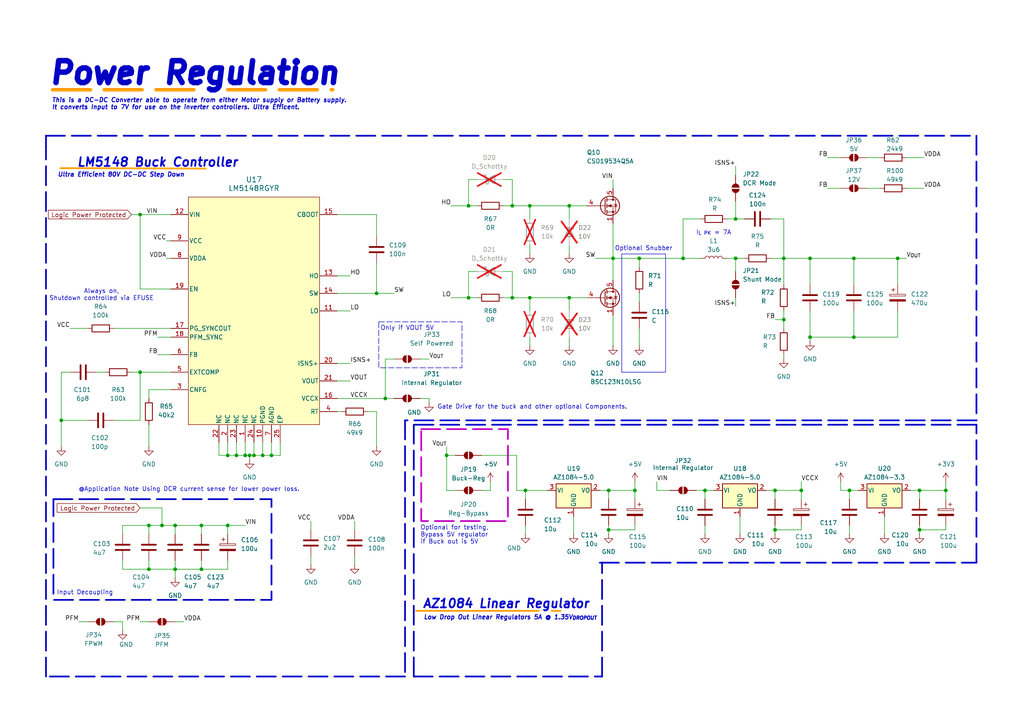
<source format=kicad_sch>
(kicad_sch (version 20231120) (generator "eeschema") (generator_version "8.0")
  (paper "A4")
  (title_block (title "HyperDrive Motor Controller") (rev "Mk. 1") (company "University of Alberta EcoCar Team"))
  (lib_symbols
    (symbol "Device:C" (pin_numbers hide) (pin_names (offset 0.254))
      (property "Reference" "C" (at 0.635 2.54 0))
      (property "Value" "C" (at 0.635 -2.54 0))
      (symbol "C_1_1"
        (pin passive line (at 0 3.81 270) (length 2.794) (name "~") (number "1"))
        (pin passive line (at 0 -3.81 90) (length 2.794) (name "~") (number "2"))
      )
    )
    (symbol "Device:C_Polarized" (pin_numbers hide) (pin_names (offset 0.254))
      (property "Reference" "C" (at 0.635 2.54 0))
      (property "Value" "C_Polarized" (at 0.635 -2.54 0))
      (symbol "C_Polarized_1_1"
        (pin passive line (at 0 3.81 270) (length 2.794) (name "~") (number "1"))
        (pin passive line (at 0 -3.81 90) (length 2.794) (name "~") (number "2"))
      )
    )
    (symbol "Device:D_Schottky" (pin_numbers hide) (pin_names (offset 1.016) hide)
      (property "Reference" "D" (at 0 2.54 0))
      (property "Value" "D_Schottky" (at 0 -2.54 0))
      (symbol "D_Schottky_1_1"
        (pin passive line (at -3.81 0 0) (length 2.54) (name "K") (number "1"))
        (pin passive line (at 3.81 0 180) (length 2.54) (name "A") (number "2"))
      )
    )
    (symbol "Device:D_Zener" (pin_numbers hide) (pin_names (offset 1.016) hide)
      (property "Reference" "D" (at 0 2.54 0))
      (property "Value" "D_Zener" (at 0 -2.54 0))
      (symbol "D_Zener_1_1"
        (pin passive line (at -3.81 0 0) (length 2.54) (name "K") (number "1"))
        (pin passive line (at 3.81 0 180) (length 2.54) (name "A") (number "2"))
      )
    )
    (symbol "Device:L" (pin_numbers hide) (pin_names (offset 1.016) hide)
      (property "Reference" "L" (at -1.27 0 90))
      (property "Value" "L" (at 1.905 0 90))
      (symbol "L_1_1"
        (pin passive line (at 0 3.81 270) (length 1.27) (name "1") (number "1"))
        (pin passive line (at 0 -3.81 90) (length 1.27) (name "2") (number "2"))
      )
    )
    (symbol "Device:R" (pin_numbers hide) (pin_names (offset 0))
      (property "Reference" "R" (at 2.032 0 90))
      (property "Value" "R" (at 0 0 90))
      (symbol "R_1_1"
        (pin passive line (at 0 3.81 270) (length 1.27) (name "~") (number "1"))
        (pin passive line (at 0 -3.81 90) (length 1.27) (name "~") (number "2"))
      )
    )
    (symbol "Jumper:SolderJumper_2_Open" (pin_numbers hide) (pin_names (offset 0) hide) (exclude_from_sim yes) (in_bom no)
      (property "Reference" "JP" (at 0 2.032 0))
      (property "Value" "SolderJumper_2_Open" (at 0 -2.54 0))
      (symbol "SolderJumper_2_Open_1_1"
        (pin passive line (at -3.81 0 0) (length 2.54) (name "A") (number "1"))
        (pin passive line (at 3.81 0 180) (length 2.54) (name "B") (number "2"))
      )
    )
    (symbol "Regulator_Linear:AZ1084-3.3" (pin_names (offset 0.254))
      (property "Reference" "U" (at -3.81 3.175 0))
      (property "Value" "AZ1084-3.3" (at 0 3.175 0))
      (symbol "AZ1084-3.3_1_1"
        (pin power_in line (at 0 -7.62 90) (length 2.54) (name "GND") (number "1"))
        (pin power_out line (at 7.62 0 180) (length 2.54) (name "VO") (number "2"))
        (pin power_in line (at -7.62 0 0) (length 2.54) (name "VI") (number "3"))
      )
    )
    (symbol "Regulator_Linear:AZ1084-5.0" (pin_names (offset 0.254))
      (property "Reference" "U" (at -3.81 3.175 0))
      (property "Value" "AZ1084-5.0" (at 0 3.175 0))
      (symbol "AZ1084-5.0_1_1"
        (pin power_in line (at 0 -7.62 90) (length 2.54) (name "GND") (number "1"))
        (pin power_out line (at 7.62 0 180) (length 2.54) (name "VO") (number "2"))
        (pin power_in line (at -7.62 0 0) (length 2.54) (name "VI") (number "3"))
      )
    )
    (symbol "Transistor_FET:BSC123N10LSG" (pin_names hide)
      (property "Reference" "Q" (at 5.08 1.905 0))
      (property "Value" "BSC123N10LSG" (at 5.08 0 0))
      (symbol "BSC123N10LSG_1_1"
        (pin passive line (at 2.54 -5.08 90) (length 2.54) (name "S") (number "1"))
        (pin passive line (at 2.54 -5.08 90) (length 2.54) hide (name "S") (number "2"))
        (pin passive line (at 2.54 -5.08 90) (length 2.54) hide (name "S") (number "3"))
        (pin passive line (at -5.08 0 0) (length 2.54) (name "G") (number "4"))
        (pin passive line (at 2.54 5.08 270) (length 2.54) (name "D") (number "5"))
      )
    )
    (symbol "Transistor_FET:CSD19534Q5A" (pin_names hide)
      (property "Reference" "Q" (at 5.08 1.905 0))
      (property "Value" "CSD19534Q5A" (at 5.08 0 0))
      (symbol "CSD19534Q5A_1_1"
        (pin passive line (at 2.54 -5.08 90) (length 2.54) (name "S") (number "1"))
        (pin passive line (at 2.54 -5.08 90) (length 2.54) hide (name "S") (number "2"))
        (pin passive line (at 2.54 -5.08 90) (length 2.54) hide (name "S") (number "3"))
        (pin passive line (at -5.08 0 0) (length 2.54) (name "G") (number "4"))
        (pin passive line (at 2.54 5.08 270) (length 2.54) (name "D") (number "5"))
      )
    )
    (symbol "ecocad_lib_symbols:LM5148RGYR" (pin_names (offset 0.254))
      (property "Reference" "U" (at 23.876 10.922 0))
      (property "Value" "LM5148RGYR" (at 23.876 7.62 0))
      (symbol "LM5148RGYR_0_1"
        (pin unspecified line (at 21.59 -66.04 90) (length 5.08) (name "NC") (number "1"))
        (pin power_in line (at 26.67 -66.04 90) (length 5.08) (name "PGND") (number "10"))
        (pin unspecified line (at 48.26 -27.94 180) (length 5.08) (name "LO") (number "11"))
        (pin power_in line (at 0 0 0) (length 5.08) (name "VIN") (number "12"))
        (pin unspecified line (at 48.26 -17.78 180) (length 5.08) (name "HO") (number "13"))
        (pin power_in line (at 48.26 -22.86 180) (length 5.08) (name "SW") (number "14"))
        (pin power_in line (at 48.26 0 180) (length 5.08) (name "CBOOT") (number "15"))
        (pin power_in line (at 48.26 -53.34 180) (length 5.08) (name "VCCX") (number "16"))
        (pin open_collector line (at 0 -33.02 0) (length 5.08) (name "PG_SYNCOUT") (number "17"))
        (pin input line (at 0 -35.56 0) (length 5.08) (name "PFM_SYNC") (number "18"))
        (pin input line (at 0 -21.59 0) (length 5.08) (name "EN") (number "19"))
        (pin unspecified line (at 16.51 -66.04 90) (length 5.08) (name "NC") (number "2"))
        (pin unspecified line (at 48.26 -43.18 180) (length 5.08) (name "ISNS+") (number "20"))
        (pin unspecified line (at 48.26 -48.26 180) (length 5.08) (name "VOUT") (number "21"))
        (pin unspecified line (at 13.97 -66.04 90) (length 5.08) (name "NC") (number "22"))
        (pin unspecified line (at 19.05 -66.04 90) (length 5.08) (name "NC") (number "23"))
        (pin unspecified line (at 24.13 -66.04 90) (length 5.08) (name "NC") (number "24"))
        (pin unspecified line (at 31.75 -66.04 90) (length 5.08) (name "EP") (number "25"))
        (pin unspecified line (at 0 -50.8 0) (length 5.08) (name "CNFG") (number "3"))
        (pin unspecified line (at 48.26 -57.15 180) (length 5.08) (name "RT") (number "4"))
        (pin unspecified line (at 0 -45.72 0) (length 5.08) (name "EXTCOMP") (number "5"))
        (pin unspecified line (at 0 -40.64 0) (length 5.08) (name "FB") (number "6"))
        (pin power_in line (at 29.21 -66.04 90) (length 5.08) (name "AGND") (number "7"))
        (pin unspecified line (at 0 -12.7 0) (length 5.08) (name "VDDA") (number "8"))
        (pin power_in line (at 0 -7.62 0) (length 5.08) (name "VCC") (number "9"))
      )
    )
    (symbol "power:+3V3" (power) (pin_numbers hide) (pin_names (offset 0) hide)
      (property "Value" "+3V3" (at 0 3.556 0))
      (symbol "+3V3_1_1"
        (pin power_in line (at 0 0 90) (length 0) (name "~") (number "1"))
      )
    )
    (symbol "power:+5V" (power) (pin_numbers hide) (pin_names (offset 0) hide)
      (property "Value" "+5V" (at 0 3.556 0))
      (symbol "+5V_1_1"
        (pin power_in line (at 0 0 90) (length 0) (name "~") (number "1"))
      )
    )
    (symbol "power:GND" (power) (pin_numbers hide) (pin_names (offset 0) hide)
      (property "Value" "GND" (at 0 -3.81 0))
      (symbol "GND_1_1"
        (pin power_in line (at 0 0 270) (length 0) (name "~") (number "1"))
      )
    )
  )
  (junction (at 43.18 165.1))
  (junction (at 58.42 152.4))
  (junction (at 148.59 59.69))
  (junction (at 247.65 97.79))
  (junction (at 227.33 92.71))
  (junction (at 46.99 152.4))
  (junction (at 43.18 152.4))
  (junction (at 17.78 121.92))
  (junction (at 109.22 85.09))
  (junction (at 232.41 142.24))
  (junction (at 165.1 59.69))
  (junction (at 111.76 115.57))
  (junction (at 234.95 97.79))
  (junction (at 50.8 165.1))
  (junction (at 177.8 74.93))
  (junction (at 213.36 74.93))
  (junction (at 176.53 153.67))
  (junction (at 213.36 63.5))
  (junction (at 153.67 59.69))
  (junction (at 58.42 165.1))
  (junction (at 78.74 132.08))
  (junction (at 165.1 86.36))
  (junction (at 40.64 107.95))
  (junction (at 50.8 152.4))
  (junction (at 266.7 153.67))
  (junction (at 135.89 86.36))
  (junction (at 274.32 142.24))
  (junction (at 260.35 74.93))
  (junction (at 66.04 132.08))
  (junction (at 234.95 74.93))
  (junction (at 135.89 59.69))
  (junction (at 153.67 86.36))
  (junction (at 71.12 132.08))
  (junction (at 72.39 132.08))
  (junction (at 266.7 142.24))
  (junction (at 246.38 142.24))
  (junction (at 148.59 86.36))
  (junction (at 247.65 74.93))
  (junction (at 129.54 132.08))
  (junction (at 40.64 62.23))
  (junction (at 204.47 142.24))
  (junction (at 68.58 132.08))
  (junction (at 184.15 142.24))
  (junction (at 224.79 153.67))
  (junction (at 227.33 74.93))
  (junction (at 224.79 142.24))
  (junction (at 198.12 74.93))
  (junction (at 76.2 132.08))
  (junction (at 152.4 142.24))
  (junction (at 185.42 74.93))
  (junction (at 176.53 142.24))
  (junction (at 73.66 132.08))
  (junction (at 66.04 152.4))
  (wire (pts (xy 232.41 142.24) (xy 224.79 142.24)))
  (wire (pts (xy 43.18 165.1) (xy 50.8 165.1)))
  (wire (pts (xy 232.41 153.67) (xy 224.79 153.67)))
  (wire (pts (xy 184.15 142.24) (xy 184.15 144.78)))
  (wire (pts (xy 224.79 153.67) (xy 224.79 154.94)))
  (wire (pts (xy 232.41 142.24) (xy 232.41 144.78)))
  (wire (pts (xy 68.58 128.27) (xy 68.58 132.08)))
  (wire (pts (xy 149.86 132.08) (xy 149.86 142.24)))
  (wire (pts (xy 262.89 45.72) (xy 267.97 45.72)))
  (wire (pts (xy 224.79 152.4) (xy 224.79 153.67)))
  (wire (pts (xy 185.42 74.93) (xy 185.42 77.47)))
  (wire (pts (xy 35.56 182.88) (xy 35.56 180.34)))
  (wire (pts (xy 246.38 152.4) (xy 246.38 154.94)))
  (wire (pts (xy 227.33 102.87) (xy 227.33 104.14)))
  (wire (pts (xy 204.47 142.24) (xy 207.01 142.24)))
  (wire (pts (xy 45.72 97.79) (xy 49.53 97.79)))
  (wire (pts (xy 214.63 149.86) (xy 214.63 154.94)))
  (wire (pts (xy 262.89 54.61) (xy 267.97 54.61)))
  (polyline (pts (xy 13.335 196.215) (xy 13.335 42.545)) (stroke (width 0.5) (type dash)))
  (wire (pts (xy 213.36 86.36) (xy 213.36 88.9)))
  (wire (pts (xy 227.33 82.55) (xy 227.33 74.93)))
  (wire (pts (xy 173.99 142.24) (xy 176.53 142.24)))
  (polyline (pts (xy 174.625 196.215) (xy 174.625 163.195)) (stroke (width 0.5) (type dash)))
  (wire (pts (xy 43.18 113.03) (xy 49.53 113.03)))
  (wire (pts (xy 247.65 90.17) (xy 247.65 97.79)))
  (wire (pts (xy 43.18 152.4) (xy 43.18 154.94)))
  (wire (pts (xy 246.38 142.24) (xy 246.38 144.78)))
  (wire (pts (xy 234.95 90.17) (xy 234.95 97.79)))
  (wire (pts (xy 246.38 142.24) (xy 248.92 142.24)))
  (wire (pts (xy 223.52 74.93) (xy 227.33 74.93)))
  (wire (pts (xy 213.36 58.42) (xy 213.36 63.5)))
  (wire (pts (xy 71.12 152.4) (xy 66.04 152.4)))
  (wire (pts (xy 234.95 97.79) (xy 234.95 99.06)))
  (wire (pts (xy 232.41 152.4) (xy 232.41 153.67)))
  (wire (pts (xy 177.8 64.77) (xy 177.8 74.93)))
  (wire (pts (xy 148.59 78.74) (xy 148.59 86.36)))
  (polyline (pts (xy 283.21 123.19) (xy 120.015 123.19)) (stroke (width 0.5) (type dash)))
  (wire (pts (xy 81.28 132.08) (xy 81.28 128.27)))
  (wire (pts (xy 135.89 52.07) (xy 135.89 59.69)))
  (wire (pts (xy 210.82 74.93) (xy 213.36 74.93)))
  (wire (pts (xy 17.78 121.92) (xy 17.78 129.54)))
  (wire (pts (xy 204.47 142.24) (xy 201.93 142.24)))
  (wire (pts (xy 78.74 132.08) (xy 81.28 132.08)))
  (wire (pts (xy 129.54 132.08) (xy 129.54 142.24)))
  (wire (pts (xy 66.04 165.1) (xy 58.42 165.1)))
  (wire (pts (xy 72.39 132.08) (xy 71.12 132.08)))
  (wire (pts (xy 40.64 62.23) (xy 49.53 62.23)))
  (wire (pts (xy 153.67 86.36) (xy 153.67 90.17)))
  (polyline (pts (xy 117.475 196.215) (xy 13.335 196.215)) (stroke (width 0.5) (type dash)))
  (wire (pts (xy 58.42 165.1) (xy 50.8 165.1)))
  (wire (pts (xy 66.04 132.08) (xy 63.5 132.08)))
  (wire (pts (xy 35.56 154.94) (xy 35.56 152.4)))
  (wire (pts (xy 43.18 123.19) (xy 43.18 129.54)))
  (wire (pts (xy 274.32 153.67) (xy 266.7 153.67)))
  (wire (pts (xy 153.67 97.79) (xy 153.67 100.33)))
  (wire (pts (xy 148.59 86.36) (xy 153.67 86.36)))
  (polyline (pts (xy 120.015 196.215) (xy 174.625 196.215)) (stroke (width 0.5) (type dash)))
  (wire (pts (xy 274.32 142.24) (xy 274.32 144.78)))
  (wire (pts (xy 71.12 128.27) (xy 71.12 132.08)))
  (wire (pts (xy 177.8 74.93) (xy 177.8 81.28)))
  (wire (pts (xy 46.99 152.4) (xy 50.8 152.4)))
  (wire (pts (xy 264.16 142.24) (xy 266.7 142.24)))
  (wire (pts (xy 106.68 119.38) (xy 109.22 119.38)))
  (wire (pts (xy 76.2 132.08) (xy 78.74 132.08)))
  (wire (pts (xy 130.81 59.69) (xy 135.89 59.69)))
  (wire (pts (xy 114.3 104.14) (xy 111.76 104.14)))
  (wire (pts (xy 176.53 142.24) (xy 176.53 144.78)))
  (wire (pts (xy 224.79 142.24) (xy 222.25 142.24)))
  (wire (pts (xy 109.22 76.2) (xy 109.22 85.09)))
  (wire (pts (xy 266.7 142.24) (xy 274.32 142.24)))
  (wire (pts (xy 97.79 85.09) (xy 109.22 85.09)))
  (wire (pts (xy 243.84 139.7) (xy 243.84 142.24)))
  (wire (pts (xy 184.15 152.4) (xy 184.15 153.67)))
  (wire (pts (xy 135.89 59.69) (xy 138.43 59.69)))
  (wire (pts (xy 35.56 165.1) (xy 35.56 162.56)))
  (wire (pts (xy 45.72 102.87) (xy 49.53 102.87)))
  (wire (pts (xy 177.8 91.44) (xy 177.8 100.33)))
  (wire (pts (xy 40.64 83.82) (xy 49.53 83.82)))
  (polyline (pts (xy 160.02 177.165) (xy 162.56 177.165)) (stroke (width 0.5) (type solid) (color 255 153 0 1)))
  (wire (pts (xy 139.7 132.08) (xy 149.86 132.08)))
  (wire (pts (xy 138.43 78.74) (xy 135.89 78.74)))
  (wire (pts (xy 256.54 149.86) (xy 256.54 154.94)))
  (wire (pts (xy 185.42 85.09) (xy 185.42 87.63)))
  (wire (pts (xy 38.1 107.95) (xy 40.64 107.95)))
  (wire (pts (xy 50.8 152.4) (xy 50.8 154.94)))
  (polyline (pts (xy 120.015 123.19) (xy 120.015 196.215)) (stroke (width 0.5) (type dash)))
  (wire (pts (xy 68.58 132.08) (xy 66.04 132.08)))
  (wire (pts (xy 135.89 86.36) (xy 138.43 86.36)))
  (wire (pts (xy 165.1 59.69) (xy 170.18 59.69)))
  (wire (pts (xy 227.33 74.93) (xy 234.95 74.93)))
  (wire (pts (xy 190.5 139.7) (xy 190.5 142.24)))
  (wire (pts (xy 274.32 152.4) (xy 274.32 153.67)))
  (polyline (pts (xy 13.335 42.545) (xy 13.335 39.37)) (stroke (width 0.5) (type dash)))
  (wire (pts (xy 251.46 54.61) (xy 255.27 54.61)))
  (wire (pts (xy 213.36 74.93) (xy 215.9 74.93)))
  (wire (pts (xy 247.65 97.79) (xy 260.35 97.79)))
  (wire (pts (xy 260.35 90.17) (xy 260.35 97.79)))
  (wire (pts (xy 17.78 121.92) (xy 25.4 121.92)))
  (wire (pts (xy 153.67 59.69) (xy 165.1 59.69)))
  (wire (pts (xy 165.1 97.79) (xy 165.1 100.33)))
  (wire (pts (xy 177.8 52.07) (xy 177.8 54.61)))
  (wire (pts (xy 266.7 153.67) (xy 266.7 154.94)))
  (wire (pts (xy 213.36 78.74) (xy 213.36 74.93)))
  (wire (pts (xy 198.12 63.5) (xy 198.12 74.93)))
  (wire (pts (xy 204.47 152.4) (xy 204.47 154.94)))
  (wire (pts (xy 153.67 59.69) (xy 153.67 63.5)))
  (wire (pts (xy 124.46 115.57) (xy 124.46 116.84)))
  (wire (pts (xy 50.8 167.64) (xy 50.8 165.1)))
  (wire (pts (xy 129.54 132.08) (xy 132.08 132.08)))
  (wire (pts (xy 66.04 162.56) (xy 66.04 165.1)))
  (wire (pts (xy 43.18 115.57) (xy 43.18 113.03)))
  (wire (pts (xy 97.79 119.38) (xy 99.06 119.38)))
  (wire (pts (xy 63.5 132.08) (xy 63.5 128.27)))
  (wire (pts (xy 40.64 180.34) (xy 43.18 180.34)))
  (wire (pts (xy 204.47 142.24) (xy 204.47 144.78)))
  (wire (pts (xy 109.22 62.23) (xy 97.79 62.23)))
  (wire (pts (xy 184.15 139.7) (xy 184.15 142.24)))
  (wire (pts (xy 97.79 115.57) (xy 111.76 115.57)))
  (wire (pts (xy 227.33 90.17) (xy 227.33 92.71)))
  (wire (pts (xy 260.35 74.93) (xy 262.89 74.93)))
  (wire (pts (xy 38.1 62.23) (xy 40.64 62.23)))
  (wire (pts (xy 210.82 63.5) (xy 213.36 63.5)))
  (polyline (pts (xy 17.526 48.768) (xy 59.69 48.895)) (stroke (width 0.5) (type solid) (color 255 153 0 1)))
  (wire (pts (xy 266.7 152.4) (xy 266.7 153.67)))
  (polyline (pts (xy 283.21 163.195) (xy 283.21 123.19)) (stroke (width 0.5) (type dash)))
  (wire (pts (xy 72.39 132.08) (xy 73.66 132.08)))
  (wire (pts (xy 165.1 71.12) (xy 165.1 73.66)))
  (wire (pts (xy 130.81 86.36) (xy 135.89 86.36)))
  (wire (pts (xy 102.87 151.13) (xy 102.87 153.67)))
  (wire (pts (xy 185.42 74.93) (xy 198.12 74.93)))
  (wire (pts (xy 40.64 121.92) (xy 40.64 107.95)))
  (wire (pts (xy 213.36 63.5) (xy 215.9 63.5)))
  (wire (pts (xy 40.64 83.82) (xy 40.64 62.23)))
  (wire (pts (xy 172.72 74.93) (xy 177.8 74.93)))
  (wire (pts (xy 58.42 162.56) (xy 58.42 165.1)))
  (wire (pts (xy 102.87 161.29) (xy 102.87 163.83)))
  (wire (pts (xy 146.05 52.07) (xy 148.59 52.07)))
  (polyline (pts (xy 283.21 39.37) (xy 283.21 121.92)) (stroke (width 0.5) (type dash)))
  (wire (pts (xy 109.22 119.38) (xy 109.22 129.54)))
  (wire (pts (xy 66.04 128.27) (xy 66.04 132.08)))
  (wire (pts (xy 146.05 86.36) (xy 148.59 86.36)))
  (wire (pts (xy 240.03 45.72) (xy 243.84 45.72)))
  (wire (pts (xy 114.3 85.09) (xy 109.22 85.09)))
  (wire (pts (xy 76.2 132.08) (xy 73.66 132.08)))
  (wire (pts (xy 152.4 142.24) (xy 158.75 142.24)))
  (wire (pts (xy 234.95 97.79) (xy 247.65 97.79)))
  (wire (pts (xy 138.43 52.07) (xy 135.89 52.07)))
  (wire (pts (xy 35.56 165.1) (xy 43.18 165.1)))
  (wire (pts (xy 48.26 74.93) (xy 49.53 74.93)))
  (wire (pts (xy 165.1 86.36) (xy 165.1 90.17)))
  (wire (pts (xy 149.86 142.24) (xy 152.4 142.24)))
  (wire (pts (xy 227.33 92.71) (xy 227.33 95.25)))
  (wire (pts (xy 176.53 152.4) (xy 176.53 153.67)))
  (polyline (pts (xy 13.335 39.37) (xy 283.21 39.37)) (stroke (width 0.5) (type dash)))
  (wire (pts (xy 50.8 152.4) (xy 58.42 152.4)))
  (wire (pts (xy 43.18 162.56) (xy 43.18 165.1)))
  (wire (pts (xy 129.54 129.54) (xy 129.54 132.08)))
  (wire (pts (xy 243.84 142.24) (xy 246.38 142.24)))
  (wire (pts (xy 227.33 63.5) (xy 227.33 74.93)))
  (wire (pts (xy 111.76 104.14) (xy 111.76 115.57)))
  (wire (pts (xy 25.4 95.25) (xy 20.32 95.25)))
  (wire (pts (xy 33.02 95.25) (xy 49.53 95.25)))
  (wire (pts (xy 146.05 78.74) (xy 148.59 78.74)))
  (wire (pts (xy 58.42 152.4) (xy 66.04 152.4)))
  (wire (pts (xy 198.12 74.93) (xy 203.2 74.93)))
  (wire (pts (xy 213.36 48.26) (xy 213.36 50.8)))
  (wire (pts (xy 166.37 149.86) (xy 166.37 154.94)))
  (wire (pts (xy 53.34 180.34) (xy 50.8 180.34)))
  (wire (pts (xy 101.6 105.41) (xy 97.79 105.41)))
  (wire (pts (xy 35.56 180.34) (xy 33.02 180.34)))
  (polyline (pts (xy 120.65 177.165) (xy 156.21 177.165)) (stroke (width 0.5) (type solid) (color 255 153 0 1)))
  (wire (pts (xy 234.95 82.55) (xy 234.95 74.93)))
  (wire (pts (xy 46.99 147.32) (xy 46.99 152.4)))
  (wire (pts (xy 266.7 142.24) (xy 266.7 144.78)))
  (wire (pts (xy 247.65 74.93) (xy 260.35 74.93)))
  (wire (pts (xy 33.02 121.92) (xy 40.64 121.92)))
  (wire (pts (xy 247.65 74.93) (xy 247.65 82.55)))
  (wire (pts (xy 17.78 107.95) (xy 17.78 121.92)))
  (wire (pts (xy 97.79 90.17) (xy 101.6 90.17)))
  (wire (pts (xy 224.79 92.71) (xy 227.33 92.71)))
  (polyline (pts (xy 283.21 121.92) (xy 117.475 121.92)) (stroke (width 0.5) (type dash)))
  (wire (pts (xy 50.8 162.56) (xy 50.8 165.1)))
  (wire (pts (xy 148.59 52.07) (xy 148.59 59.69)))
  (wire (pts (xy 165.1 59.69) (xy 165.1 63.5)))
  (wire (pts (xy 184.15 153.67) (xy 176.53 153.67)))
  (wire (pts (xy 111.76 115.57) (xy 114.3 115.57)))
  (wire (pts (xy 177.8 74.93) (xy 185.42 74.93)))
  (wire (pts (xy 153.67 86.36) (xy 165.1 86.36)))
  (wire (pts (xy 142.24 139.7) (xy 142.24 142.24)))
  (wire (pts (xy 135.89 78.74) (xy 135.89 86.36)))
  (wire (pts (xy 203.2 63.5) (xy 198.12 63.5)))
  (wire (pts (xy 73.66 128.27) (xy 73.66 132.08)))
  (wire (pts (xy 234.95 74.93) (xy 247.65 74.93)))
  (wire (pts (xy 97.79 110.49) (xy 101.6 110.49)))
  (wire (pts (xy 48.26 69.85) (xy 49.53 69.85)))
  (wire (pts (xy 165.1 86.36) (xy 170.18 86.36)))
  (wire (pts (xy 232.41 139.7) (xy 232.41 142.24)))
  (wire (pts (xy 152.4 152.4) (xy 152.4 154.94)))
  (wire (pts (xy 142.24 142.24) (xy 139.7 142.24)))
  (wire (pts (xy 43.18 152.4) (xy 46.99 152.4)))
  (wire (pts (xy 17.78 107.95) (xy 20.32 107.95)))
  (wire (pts (xy 72.39 132.08) (xy 72.39 133.35)))
  (wire (pts (xy 66.04 154.94) (xy 66.04 152.4)))
  (wire (pts (xy 176.53 142.24) (xy 184.15 142.24)))
  (wire (pts (xy 90.17 153.67) (xy 90.17 151.13)))
  (polyline (pts (xy 66.04 26.035) (xy 96.52 26.035)) (stroke (width 1) (type dash) (color 255 153 0 1)))
  (wire (pts (xy 97.79 80.01) (xy 101.6 80.01)))
  (wire (pts (xy 30.48 107.95) (xy 27.94 107.95)))
  (wire (pts (xy 240.03 54.61) (xy 243.84 54.61)))
  (wire (pts (xy 129.54 142.24) (xy 132.08 142.24)))
  (wire (pts (xy 109.22 68.58) (xy 109.22 62.23)))
  (wire (pts (xy 71.12 132.08) (xy 68.58 132.08)))
  (wire (pts (xy 146.05 59.69) (xy 148.59 59.69)))
  (wire (pts (xy 251.46 45.72) (xy 255.27 45.72)))
  (polyline (pts (xy 117.475 121.92) (xy 117.475 196.215)) (stroke (width 0.5) (type dash)))
  (wire (pts (xy 148.59 59.69) (xy 153.67 59.69)))
  (wire (pts (xy 274.32 139.7) (xy 274.32 142.24)))
  (wire (pts (xy 223.52 63.5) (xy 227.33 63.5)))
  (polyline (pts (xy 173.99 163.195) (xy 283.21 163.195)) (stroke (width 0.5) (type dash)))
  (wire (pts (xy 40.64 107.95) (xy 49.53 107.95)))
  (wire (pts (xy 153.67 71.12) (xy 153.67 73.66)))
  (wire (pts (xy 22.86 180.34) (xy 25.4 180.34)))
  (wire (pts (xy 58.42 152.4) (xy 58.42 154.94)))
  (wire (pts (xy 76.2 128.27) (xy 76.2 132.08)))
  (wire (pts (xy 190.5 142.24) (xy 194.31 142.24)))
  (polyline (pts (xy 15.24 26.035) (xy 58.42 26.035)) (stroke (width 1) (type dash) (color 255 153 0 1)))
  (wire (pts (xy 121.92 104.14) (xy 124.46 104.14)))
  (wire (pts (xy 152.4 142.24) (xy 152.4 144.78)))
  (wire (pts (xy 185.42 95.25) (xy 185.42 100.33)))
  (wire (pts (xy 176.53 153.67) (xy 176.53 154.94)))
  (wire (pts (xy 124.46 115.57) (xy 121.92 115.57)))
  (wire (pts (xy 40.64 147.32) (xy 46.99 147.32)))
  (wire (pts (xy 78.74 128.27) (xy 78.74 132.08)))
  (wire (pts (xy 90.17 161.29) (xy 90.17 163.83)))
  (wire (pts (xy 35.56 152.4) (xy 43.18 152.4)))
  (wire (pts (xy 260.35 82.55) (xy 260.35 74.93)))
  (wire (pts (xy 224.79 142.24) (xy 224.79 144.78)))
  (rectangle (start 122.174 124.46) (end 147.32 151.13) (stroke (width 0.5) (type dash) (color 194 0 194 1)))
  (rectangle (start 15.494 144.78) (end 78.74 173.99) (stroke (width 0.5) (type dash)))
  (rectangle (start 109.855 93.345) (end 133.985 106.68) (stroke (width 0) (type dash)))
  (rectangle (start 180.34 73.66) (end 193.04 107.95))
  (text "Always on,\nShutdown controlled via EFUSE" (at 29.464 85.598 0) (effects (font (size 1.27 1.27))))
  (text "This is a DC-DC Converter able to operate from either Motor supply or Battery supply.\nIt converts Input to 7V for use on the inverter controllers. Ultra Efficent." (at 14.986 30.226 0) (effects (font (size 1.27 1.27) (bold yes) (italic yes)) (justify left)))
  (text "Low Drop Out Linear Regulators 5A @ 1.35V_{DROPOUT}" (at 173.228 179.197 0) (effects (font (size 1.27 1.27) (bold yes) (italic yes)) (justify right)))
  (text "AZ1084 Linear Regulator" (at 146.812 175.26 0) (effects (font (size 2.54 2.54) (thickness 0.508) (bold yes) (italic yes))))
  (text "Input Decoupling" (at 24.638 171.958 0) (effects (font (size 1.27 1.27))))
  (text "Only if VOUT 5V" (at 118.11 95.25 0) (effects (font (size 1.27 1.27))))
  (text "@Application Note Using DCR current sense for lower power loss." (at 54.864 141.986 0) (effects (font (size 1.27 1.27))))
  (text "I_{L PK} = 7A" (at 207.01 67.564 0) (effects (font (size 1.27 1.27))))
  (text "Power Regulation" (at 13.716 21.336 0) (effects (font (size 6.35 6.35) (thickness 2.54) (bold yes) (italic yes)) (justify left)))
  (text "Optional Snubber" (at 186.69 72.136 0) (effects (font (size 1.27 1.27))))
  (text "LM5148 Buck Controller" (at 45.72 47.244 0) (effects (font (size 2.54 2.54) (thickness 0.508) (bold yes) (italic yes))))
  (text "Optional for testing, \nBypass 5V regulator \nif Buck out is 5V" (at 121.92 155.194 0) (effects (font (size 1.27 1.27)) (justify left)))
  (text "Ultra Efficient 80V DC-DC Step Down" (at 53.594 50.8 0) (effects (font (size 1.27 1.27) (bold yes) (italic yes)) (justify right)))
  (text "Gate Drive for the buck and other optional Components." (at 154.432 118.11 0) (effects (font (size 1.27 1.27))))
  (label "VDDA" (at 53.34 180.34 0))
  (label "VCC" (at 90.17 151.13 180))
  (label "ISNS+" (at 213.36 88.9 180))
  (label "VDDA" (at 267.97 45.72 0))
  (label "V_{OUT}" (at 129.54 129.54 180))
  (label "ISNS+" (at 213.36 48.26 180))
  (label "FB" (at 240.03 54.61 180))
  (label "FB" (at 45.72 102.87 180))
  (label "PFM" (at 45.72 97.79 180))
  (label "PFM" (at 40.64 180.34 180))
  (label "PFM" (at 22.86 180.34 180))
  (label "LO" (at 130.81 86.36 180))
  (label "HO" (at 130.81 59.69 180))
  (label "VCC" (at 20.32 95.25 180))
  (label "VCC" (at 48.26 69.85 180))
  (label "V_{OUT}" (at 124.46 104.14 0))
  (label "VIN" (at 190.5 139.7 0))
  (label "VIN" (at 71.12 152.4 0))
  (label "VIN" (at 45.72 62.23 180))
  (label "SW" (at 172.72 74.93 180))
  (label "V_{OUT}" (at 262.89 74.93 0))
  (label "VDDA" (at 267.97 54.61 0))
  (label "ISNS+" (at 101.6 105.41 0))
  (label "FB" (at 240.03 45.72 180))
  (label "VOUT" (at 101.6 110.49 0))
  (label "VIN" (at 177.8 52.07 180))
  (label "VCCX" (at 232.41 139.7 0))
  (label "VDDA" (at 48.26 74.93 180))
  (label "VDDA" (at 102.87 151.13 180))
  (label "SW" (at 114.3 85.09 0))
  (label "VCCX" (at 101.6 115.57 0))
  (label "FB" (at 224.79 92.71 180))
  (label "LO" (at 101.6 90.17 0))
  (label "HO" (at 101.6 80.01 0))
  (global_label "Logic Power Protected" (shape input) (at 40.64 147.32 180) (property "Intersheetrefs" "${INTERSHEET_REFS}" (effects (hide yes))))
  (global_label "Logic Power Protected" (shape input) (at 38.1 62.23 180) (property "Intersheetrefs" "${INTERSHEET_REFS}" (effects (hide yes))))
  (symbol (lib_id "Device:C") (at 219.71 63.5 90) (unit 1)
    (property "Reference" "C124" (at 222.25 56.642 90) (effects (justify left)))
    (property "Value" "100n" (at 222.25 59.182 90) (effects (justify left)))
    (property "Footprint" "Capacitor_SMD:C_0603_1608Metric" (effects (hide yes)))
    (property "Description" "Unpolarized capacitor" (effects (hide yes)))
  )
  (symbol (lib_id "ecocad_lib_symbols:LM5148RGYR") (at 49.53 62.23 0) (unit 1)
    (property "Reference" "U17" (at 73.66 52.07 0) (effects (font (size 1.524 1.524))))
    (property "Value" "LM5148RGYR" (at 73.66 54.61 0) (effects (font (size 1.524 1.524))))
    (property "Footprint" "ecocad:RGY0024F-MFG" (effects (hide yes)))
    (property "Datasheet" "https://www.ti.com/lit/ds/symlink/lm5148.pdf" (effects (hide yes)))
  )
  (symbol (lib_id "Device:R") (at 142.24 59.69 90) (unit 1)
    (property "Reference" "R67" (at 142.24 63.5 90))
    (property "Value" "0R" (at 142.24 66.04 90))
    (property "Footprint" "Resistor_SMD:R_0603_1608Metric" (effects (hide yes)))
    (property "Description" "Resistor" (effects (hide yes)))
  )
  (symbol (lib_id "power:GND") (at 72.39 133.35 0) (unit 1)
    (property "Reference" "#PWR0161" (effects (hide yes)))
    (property "Value" "GND" (at 72.39 138.43 0))
    (property "Description" "Power symbol creates a global label with name \"GND\" , ground" (effects (hide yes)))
  )
  (symbol (lib_id "power:GND") (at 43.18 129.54 0) (unit 1)
    (property "Reference" "#PWR0159" (effects (hide yes)))
    (property "Value" "GND" (at 43.18 134.62 0))
    (property "Description" "Power symbol creates a global label with name \"GND\" , ground" (effects (hide yes)))
  )
  (symbol (lib_id "power:GND") (at 227.33 104.14 0) (unit 1)
    (property "Reference" "#PWR0179" (effects (hide yes)))
    (property "Value" "GND" (at 227.33 109.22 0))
    (property "Description" "Power symbol creates a global label with name \"GND\" , ground" (effects (hide yes)))
  )
  (symbol (lib_id "Device:C") (at 185.42 91.44 0) (unit 1)
    (property "Reference" "C116" (at 188.976 90.424 0) (effects (justify left)))
    (property "Value" "C" (at 188.976 92.964 0) (effects (justify left)))
    (property "Footprint" "Capacitor_SMD:C_1210_3225Metric" (effects (hide yes)))
    (property "Description" "Unpolarized capacitor" (effects (hide yes)))
  )
  (symbol (lib_id "Device:R") (at 153.67 93.98 180) (unit 1) (in_bom no) (dnp yes)
    (property "Reference" "R70" (at 158.75 92.71 0))
    (property "Value" "10k" (at 158.75 95.25 0))
    (property "Footprint" "Resistor_SMD:R_0603_1608Metric" (effects (hide yes)))
    (property "Description" "Resistor" (effects (hide yes)))
  )
  (symbol (lib_id "Regulator_Linear:AZ1084-3.3") (at 256.54 142.24 0) (unit 1)
    (property "Reference" "U20" (at 256.54 135.89 0))
    (property "Value" "AZ1084-3.3" (at 256.54 138.43 0))
    (property "Footprint" "Package_TO_SOT_SMD:TO-252-2" (effects (hide yes)))
    (property "Datasheet" "https://www.diodes.com/assets/Datasheets/AZ1084C.pdf" (effects (hide yes)))
    (property "Description" "5A 12V Fixed LDO Linear Regulator, 1.5V, TO-220/TO-252/TO-263" (effects (hide yes)))
    (property "DK#" "AZ1084CD-3.3TRG1DICT-ND" (effects (hide yes)))
  )
  (symbol (lib_id "Jumper:SolderJumper_2_Open") (at 29.21 180.34 0) (unit 1) (exclude_from_sim yes) (in_bom no)
    (property "Reference" "JP34" (at 27.178 184.15 0))
    (property "Value" "FPWM" (at 27.178 186.69 0))
    (property "Footprint" "Jumper:SolderJumper-2_P1.3mm_Open_TrianglePad1.0x1.5mm" (effects (hide yes)))
    (property "Description" "Solder Jumper, 2-pole, open" (effects (hide yes)))
  )
  (symbol (lib_id "Device:C_Polarized") (at 260.35 86.36 0) (unit 1)
    (property "Reference" "C122" (at 264.16 85.344 0) (effects (justify left)))
    (property "Value" "470u" (at 264.16 87.884 0) (effects (justify left)))
    (property "Footprint" "Capacitor_SMD:CP_Elec_10x12.6" (effects (hide yes)))
    (property "Description" "Polarized capacitor" (effects (hide yes)))
  )
  (symbol (lib_id "power:+5V") (at 184.15 139.7 0) (unit 1)
    (property "Reference" "#PWR0175" (effects (hide yes)))
    (property "Value" "+5V" (at 184.15 134.62 0))
    (property "Description" "Power symbol creates a global label with name \"+5V\"" (effects (hide yes)))
  )
  (symbol (lib_id "power:GND") (at 124.46 116.84 0) (unit 1)
    (property "Reference" "#PWR0170" (effects (hide yes)))
    (property "Value" "GND" (at 120.142 119.634 0))
    (property "Description" "Power symbol creates a global label with name \"GND\" , ground" (effects (hide yes)))
  )
  (symbol (lib_id "Device:C_Polarized") (at 232.41 148.59 0) (mirror y) (unit 1)
    (property "Reference" "C113" (at 235.712 155.702 0) (effects (justify left)))
    (property "Value" "100u" (at 235.712 158.242 0) (effects (justify left)))
    (property "Description" "Polarized capacitor" (effects (hide yes)))
  )
  (symbol (lib_id "Device:R") (at 142.24 86.36 90) (unit 1)
    (property "Reference" "R68" (at 142.24 90.17 90))
    (property "Value" "0R" (at 142.24 92.71 90))
    (property "Footprint" "Resistor_SMD:R_0603_1608Metric" (effects (hide yes)))
    (property "Description" "Resistor" (effects (hide yes)))
  )
  (symbol (lib_id "power:GND") (at 152.4 154.94 0) (unit 1)
    (property "Reference" "#PWR0169" (effects (hide yes)))
    (property "Value" "GND" (at 149.098 159.004 0))
    (property "Description" "Power symbol creates a global label with name \"GND\" , ground" (effects (hide yes)))
  )
  (symbol (lib_id "Device:C") (at 102.87 157.48 0) (unit 1)
    (property "Reference" "C108" (at 106.68 156.464 0) (effects (justify left)))
    (property "Value" "100n" (at 106.68 159.004 0) (effects (justify left)))
    (property "Footprint" "Capacitor_SMD:C_0603_1608Metric" (effects (hide yes)))
    (property "Description" "Unpolarized capacitor" (effects (hide yes)))
  )
  (symbol (lib_id "Device:R") (at 34.29 107.95 90) (unit 1)
    (property "Reference" "R63" (at 34.29 113.03 90))
    (property "Value" "100k" (at 34.29 115.57 90))
    (property "Footprint" "Resistor_SMD:R_0603_1608Metric" (effects (hide yes)))
    (property "Description" "Resistor" (effects (hide yes)))
  )
  (symbol (lib_id "power:GND") (at 256.54 154.94 0) (unit 1)
    (property "Reference" "#PWR0182" (effects (hide yes)))
    (property "Value" "GND" (at 256.54 160.02 0))
    (property "Description" "Power symbol creates a global label with name \"GND\" , ground" (effects (hide yes)))
  )
  (symbol (lib_id "power:GND") (at 90.17 163.83 0) (unit 1)
    (property "Reference" "#PWR0162" (effects (hide yes)))
    (property "Value" "GND" (at 90.17 168.91 0))
    (property "Description" "Power symbol creates a global label with name \"GND\" , ground" (effects (hide yes)))
  )
  (symbol (lib_id "Device:R") (at 153.67 67.31 180) (unit 1) (in_bom no) (dnp yes)
    (property "Reference" "R69" (at 158.75 66.04 0))
    (property "Value" "10k" (at 158.75 68.58 0))
    (property "Footprint" "Resistor_SMD:R_0603_1608Metric" (effects (hide yes)))
    (property "Description" "Resistor" (effects (hide yes)))
  )
  (symbol (lib_id "Jumper:SolderJumper_2_Open") (at 247.65 54.61 0) (unit 1) (exclude_from_sim yes) (in_bom no)
    (property "Reference" "JP37" (at 247.65 49.53 0))
    (property "Value" "12V" (at 247.65 52.07 0))
    (property "Footprint" "Jumper:SolderJumper-2_P1.3mm_Open_TrianglePad1.0x1.5mm" (effects (hide yes)))
    (property "Description" "Solder Jumper, 2-pole, open" (effects (hide yes)))
  )
  (symbol (lib_id "Device:R") (at 219.71 74.93 90) (unit 1)
    (property "Reference" "R75" (at 219.71 68.58 90))
    (property "Value" "R" (at 219.71 71.12 90))
    (property "Footprint" "Resistor_SMD:R_0603_1608Metric" (effects (hide yes)))
    (property "Description" "Resistor" (effects (hide yes)))
  )
  (symbol (lib_id "Jumper:SolderJumper_2_Open") (at 118.11 115.57 0) (unit 1) (exclude_from_sim yes) (in_bom no)
    (property "Reference" "JP31" (at 125.222 108.458 0))
    (property "Value" "Internal Regulator" (at 125.222 110.998 0))
    (property "Footprint" "Jumper:SolderJumper-2_P1.3mm_Open_TrianglePad1.0x1.5mm" (effects (hide yes)))
    (property "Description" "Solder Jumper, 2-pole, open" (effects (hide yes)))
  )
  (symbol (lib_id "Device:D_Zener") (at 165.1 93.98 270) (unit 1) (in_bom no) (dnp yes)
    (property "Reference" "D23" (at 167.64 92.7099 90) (effects (justify left)))
    (property "Value" "10V" (at 167.64 95.2499 90) (effects (justify left)))
    (property "Footprint" "Diode_SMD:D_SOD-123" (effects (hide yes)))
    (property "Datasheet" "https://www.mccsemi.com/pdf/Products/BZT52C2V4~BZT52C75(500mW)(SOD-123).pdf" (effects (hide yes)))
    (property "Description" "Zener diode" (effects (hide yes)))
    (property "DK#" "BZT52C10-TPMSCT-ND" (effects (hide yes)))
  )
  (symbol (lib_id "Device:R") (at 227.33 99.06 0) (unit 1)
    (property "Reference" "R73" (at 221.234 97.79 0) (effects (justify left)))
    (property "Value" "R" (at 221.234 100.33 0) (effects (justify left)))
    (property "Footprint" "Resistor_SMD:R_0603_1608Metric" (effects (hide yes)))
    (property "Description" "Resistor" (effects (hide yes)))
  )
  (symbol (lib_id "Device:C") (at 234.95 86.36 0) (unit 1)
    (property "Reference" "C119" (at 238.506 85.344 0) (effects (justify left)))
    (property "Value" "100u" (at 238.506 87.884 0) (effects (justify left)))
    (property "Footprint" "Capacitor_SMD:C_1210_3225Metric" (effects (hide yes)))
    (property "Description" "Unpolarized capacitor" (effects (hide yes)))
  )
  (symbol (lib_id "Device:R") (at 102.87 119.38 270) (unit 1)
    (property "Reference" "R66" (at 102.87 122.936 90))
    (property "Value" "49k9" (at 102.87 125.476 90))
    (property "Footprint" "Resistor_SMD:R_0603_1608Metric" (effects (hide yes)))
    (property "Description" "Resistor" (effects (hide yes)))
  )
  (symbol (lib_id "Device:R") (at 259.08 54.61 270) (unit 1)
    (property "Reference" "R100" (at 257.048 49.53 90) (effects (justify left)))
    (property "Value" "49k9" (at 257.048 52.07 90) (effects (justify left)))
    (property "Footprint" "Resistor_SMD:R_0603_1608Metric" (effects (hide yes)))
    (property "Description" "Resistor" (effects (hide yes)))
  )
  (symbol (lib_id "Device:C_Polarized") (at 184.15 148.59 0) (mirror y) (unit 1)
    (property "Reference" "C115" (at 187.452 155.702 0) (effects (justify left)))
    (property "Value" "100u" (at 187.452 158.242 0) (effects (justify left)))
    (property "Description" "Polarized capacitor" (effects (hide yes)))
  )
  (symbol (lib_id "Device:D_Schottky") (at 142.24 52.07 0) (unit 1) (in_bom no) (dnp yes)
    (property "Reference" "D20" (at 141.9225 45.72 0))
    (property "Value" "D_Schottky" (at 141.9225 48.26 0))
    (property "Footprint" "Diode_SMD:D_PowerDI-123" (effects (hide yes)))
    (property "Datasheet" "https://www.diodes.com/assets/Datasheets/ds31751.pdf" (effects (hide yes)))
    (property "Description" "Schottky diode" (effects (hide yes)))
    (property "DK#" "PD3S230LDICT-ND" (effects (hide yes)))
  )
  (symbol (lib_id "power:GND") (at 17.78 129.54 0) (unit 1)
    (property "Reference" "#PWR0158" (effects (hide yes)))
    (property "Value" "GND" (at 17.78 134.62 0))
    (property "Description" "Power symbol creates a global label with name \"GND\" , ground" (effects (hide yes)))
  )
  (symbol (lib_id "Device:R") (at 259.08 45.72 270) (unit 1)
    (property "Reference" "R62" (at 257.048 40.64 90) (effects (justify left)))
    (property "Value" "24k9" (at 257.048 43.18 90) (effects (justify left)))
    (property "Footprint" "Resistor_SMD:R_0603_1608Metric" (effects (hide yes)))
    (property "Description" "Resistor" (effects (hide yes)))
  )
  (symbol (lib_id "power:GND") (at 185.42 100.33 0) (unit 1)
    (property "Reference" "#PWR0271" (effects (hide yes)))
    (property "Value" "GND" (at 185.42 105.41 0))
    (property "Description" "Power symbol creates a global label with name \"GND\" , ground" (effects (hide yes)))
  )
  (symbol (lib_id "Jumper:SolderJumper_2_Open") (at 135.89 142.24 0) (unit 1) (exclude_from_sim yes) (in_bom no)
    (property "Reference" "JP20" (at 135.89 146.304 0))
    (property "Value" "Reg-Bypass" (at 135.89 148.844 0))
    (property "Footprint" "Jumper:SolderJumper-2_P1.3mm_Open_TrianglePad1.0x1.5mm" (effects (hide yes)))
    (property "Description" "Solder Jumper, 2-pole, open" (effects (hide yes)))
  )
  (symbol (lib_id "power:GND") (at 102.87 163.83 0) (unit 1)
    (property "Reference" "#PWR0163" (effects (hide yes)))
    (property "Value" "GND" (at 102.87 168.91 0))
    (property "Description" "Power symbol creates a global label with name \"GND\" , ground" (effects (hide yes)))
  )
  (symbol (lib_id "Device:D_Zener") (at 165.1 67.31 270) (unit 1) (in_bom no) (dnp yes)
    (property "Reference" "D22" (at 167.64 66.0399 90) (effects (justify left)))
    (property "Value" "10V" (at 167.64 68.5799 90) (effects (justify left)))
    (property "Footprint" "Diode_SMD:D_SOD-123" (effects (hide yes)))
    (property "Datasheet" "https://www.mccsemi.com/pdf/Products/BZT52C2V4~BZT52C75(500mW)(SOD-123).pdf" (effects (hide yes)))
    (property "Description" "Zener diode" (effects (hide yes)))
    (property "DK#" "BZT52C10-TPMSCT-ND" (effects (hide yes)))
  )
  (symbol (lib_id "Device:C") (at 29.21 121.92 270) (unit 1)
    (property "Reference" "C102" (at 26.416 127 90) (effects (justify left)))
    (property "Value" "100p" (at 26.416 129.54 90) (effects (justify left)))
    (property "Footprint" "Capacitor_SMD:C_0603_1608Metric" (effects (hide yes)))
    (property "Description" "Unpolarized capacitor" (effects (hide yes)))
  )
  (symbol (lib_id "Device:C") (at 90.17 157.48 0) (unit 1)
    (property "Reference" "C107" (at 93.726 156.21 0) (effects (justify left)))
    (property "Value" "2u2" (at 93.726 158.75 0) (effects (justify left)))
    (property "Footprint" "Capacitor_SMD:C_0603_1608Metric" (effects (hide yes)))
    (property "Description" "Unpolarized capacitor" (effects (hide yes)))
  )
  (symbol (lib_id "power:+5V") (at 142.24 139.7 0) (unit 1)
    (property "Reference" "#PWR0166" (effects (hide yes)))
    (property "Value" "+5V" (at 142.24 134.62 0))
    (property "Description" "Power symbol creates a global label with name \"+5V\"" (effects (hide yes)))
  )
  (symbol (lib_id "Device:L") (at 207.01 74.93 90) (unit 1)
    (property "Reference" "L1" (at 207.01 69.85 90))
    (property "Value" "3u6" (at 207.01 72.39 90))
    (property "Footprint" "Inductor_SMD:L_Abracon_ASPI-0630LR" (effects (hide yes)))
    (property "Description" "Inductor" (effects (hide yes)))
    (property "DK#" "308-2465-1-ND" (effects (hide yes)))
  )
  (symbol (lib_id "power:GND") (at 204.47 154.94 0) (unit 1)
    (property "Reference" "#PWR0165" (effects (hide yes)))
    (property "Value" "GND" (at 204.47 160.02 0))
    (property "Description" "Power symbol creates a global label with name \"GND\" , ground" (effects (hide yes)))
  )
  (symbol (lib_id "Device:C") (at 204.47 148.59 0) (unit 1)
    (property "Reference" "C110" (at 196.088 147.574 0) (effects (justify left)))
    (property "Value" "10u" (at 196.088 150.114 0) (effects (justify left)))
    (property "Footprint" "Capacitor_SMD:C_0805_2012Metric" (effects (hide yes)))
    (property "Description" "Unpolarized capacitor" (effects (hide yes)))
  )
  (symbol (lib_id "Device:R") (at 207.01 63.5 90) (unit 1)
    (property "Reference" "R74" (at 209.296 57.912 90) (effects (justify left)))
    (property "Value" "R" (at 208.026 60.452 90) (effects (justify left)))
    (property "Footprint" "Resistor_SMD:R_0603_1608Metric" (effects (hide yes)))
    (property "Description" "Resistor" (effects (hide yes)))
  )
  (symbol (lib_id "Device:C") (at 43.18 158.75 0) (unit 1)
    (property "Reference" "C104" (at 38.354 167.386 0) (effects (justify left)))
    (property "Value" "4u7" (at 38.354 169.926 0) (effects (justify left)))
    (property "Footprint" "Capacitor_SMD:C_1210_3225Metric" (effects (hide yes)))
    (property "Description" "Unpolarized capacitor" (effects (hide yes)))
  )
  (symbol (lib_id "power:GND") (at 166.37 154.94 0) (unit 1)
    (property "Reference" "#PWR0171" (effects (hide yes)))
    (property "Value" "GND" (at 166.37 160.02 0))
    (property "Description" "Power symbol creates a global label with name \"GND\" , ground" (effects (hide yes)))
  )
  (symbol (lib_id "Jumper:SolderJumper_2_Open") (at 198.12 142.24 0) (unit 1) (exclude_from_sim yes) (in_bom no)
    (property "Reference" "JP32" (at 198.12 133.604 0))
    (property "Value" "Internal Regulator" (at 198.12 135.636 0))
    (property "Footprint" "Jumper:SolderJumper-2_P1.3mm_Open_TrianglePad1.0x1.5mm" (effects (hide yes)))
    (property "Description" "Solder Jumper, 2-pole, open" (effects (hide yes)))
  )
  (symbol (lib_id "Device:R") (at 227.33 86.36 0) (unit 1)
    (property "Reference" "R72" (at 220.726 84.836 0) (effects (justify left)))
    (property "Value" "R" (at 220.726 87.376 0) (effects (justify left)))
    (property "Footprint" "Resistor_SMD:R_0603_1608Metric" (effects (hide yes)))
    (property "Description" "Resistor" (effects (hide yes)))
  )
  (symbol (lib_id "Device:C") (at 35.56 158.75 0) (unit 1)
    (property "Reference" "C103" (at 26.924 157.734 0) (effects (justify left)))
    (property "Value" "4u7" (at 26.924 160.274 0) (effects (justify left)))
    (property "Footprint" "Capacitor_SMD:C_1210_3225Metric" (effects (hide yes)))
    (property "Description" "Unpolarized capacitor" (effects (hide yes)))
  )
  (symbol (lib_id "Jumper:SolderJumper_2_Open") (at 118.11 104.14 0) (unit 1) (exclude_from_sim yes) (in_bom no)
    (property "Reference" "JP33" (at 125.222 97.028 0))
    (property "Value" "Self Powered" (at 125.222 99.568 0))
    (property "Footprint" "Jumper:SolderJumper-2_P1.3mm_Open_TrianglePad1.0x1.5mm" (effects (hide yes)))
    (property "Description" "Solder Jumper, 2-pole, open" (effects (hide yes)))
  )
  (symbol (lib_id "Device:R") (at 185.42 81.28 180) (unit 1)
    (property "Reference" "R71" (at 187.96 80.0099 0) (effects (justify right)))
    (property "Value" "R" (at 187.96 82.5499 0) (effects (justify right)))
    (property "Footprint" "Resistor_SMD:R_0603_1608Metric" (effects (hide yes)))
    (property "Description" "Resistor" (effects (hide yes)))
  )
  (symbol (lib_id "power:GND") (at 266.7 154.94 0) (unit 1)
    (property "Reference" "#PWR0184" (effects (hide yes)))
    (property "Value" "GND" (at 266.7 160.02 0))
    (property "Description" "Power symbol creates a global label with name \"GND\" , ground" (effects (hide yes)))
  )
  (symbol (lib_id "Device:C") (at 109.22 72.39 0) (unit 1)
    (property "Reference" "C109" (at 112.776 71.12 0) (effects (justify left)))
    (property "Value" "100n" (at 112.776 73.66 0) (effects (justify left)))
    (property "Footprint" "Capacitor_SMD:C_0603_1608Metric" (effects (hide yes)))
    (property "Description" "Unpolarized capacitor" (effects (hide yes)))
  )
  (symbol (lib_id "Jumper:SolderJumper_2_Open") (at 46.99 180.34 0) (unit 1) (exclude_from_sim yes) (in_bom no)
    (property "Reference" "JP35" (at 46.99 184.404 0))
    (property "Value" "PFM" (at 46.99 186.944 0))
    (property "Footprint" "Jumper:SolderJumper-2_P1.3mm_Open_TrianglePad1.0x1.5mm" (effects (hide yes)))
    (property "Description" "Solder Jumper, 2-pole, open" (effects (hide yes)))
  )
  (symbol (lib_id "power:+5V") (at 243.84 139.7 0) (unit 1)
    (property "Reference" "#PWR0180" (effects (hide yes)))
    (property "Value" "+5V" (at 243.84 134.62 0))
    (property "Description" "Power symbol creates a global label with name \"+5V\"" (effects (hide yes)))
  )
  (symbol (lib_id "Transistor_FET:CSD19534Q5A") (at 175.26 59.69 0) (unit 1)
    (property "Reference" "Q10" (at 170.18 44.196 0) (effects (justify left)))
    (property "Value" "CSD19534Q5A" (at 170.18 46.736 0) (effects (justify left)))
    (property "Footprint" "Package_TO_SOT_SMD:TDSON-8-1" (effects (hide yes)))
    (property "Datasheet" "http://www.ti.com/lit/gpn/csd19534q5a" (effects (hide yes)))
    (property "Description" "50A Id, 100V Vds, NexFET N-Channel Power MOSFET, 15.1mOhm Ron, 17nC Qg(typ), SON8 5x6mm" (effects (hide yes)))
  )
  (symbol (lib_id "Device:C") (at 266.7 148.59 0) (mirror y) (unit 1)
    (property "Reference" "C120" (at 263.652 155.194 0) (effects (justify left)))
    (property "Value" "10u" (at 263.652 157.734 0) (effects (justify left)))
    (property "Footprint" "Capacitor_SMD:C_0805_2012Metric" (effects (hide yes)))
    (property "Description" "Unpolarized capacitor" (effects (hide yes)))
  )
  (symbol (lib_id "Device:C") (at 176.53 148.59 0) (mirror y) (unit 1)
    (property "Reference" "C114" (at 173.482 155.194 0) (effects (justify left)))
    (property "Value" "10u" (at 173.482 157.734 0) (effects (justify left)))
    (property "Footprint" "Capacitor_SMD:C_0805_2012Metric" (effects (hide yes)))
    (property "Description" "Unpolarized capacitor" (effects (hide yes)))
  )
  (symbol (lib_id "power:GND") (at 234.95 99.06 0) (unit 1)
    (property "Reference" "#PWR0183" (effects (hide yes)))
    (property "Value" "GND" (at 234.95 104.14 0))
    (property "Description" "Power symbol creates a global label with name \"GND\" , ground" (effects (hide yes)))
  )
  (symbol (lib_id "power:GND") (at 224.79 154.94 0) (unit 1)
    (property "Reference" "#PWR0168" (effects (hide yes)))
    (property "Value" "GND" (at 224.79 160.02 0))
    (property "Description" "Power symbol creates a global label with name \"GND\" , ground" (effects (hide yes)))
  )
  (symbol (lib_id "Device:C") (at 247.65 86.36 0) (unit 1)
    (property "Reference" "C125" (at 251.206 85.344 0) (effects (justify left)))
    (property "Value" "100u" (at 251.206 87.884 0) (effects (justify left)))
    (property "Footprint" "Capacitor_SMD:C_1210_3225Metric" (effects (hide yes)))
    (property "Description" "Unpolarized capacitor" (effects (hide yes)))
  )
  (symbol (lib_id "Device:R") (at 43.18 119.38 180) (unit 1)
    (property "Reference" "R65" (at 48.26 117.856 0))
    (property "Value" "40k2" (at 48.26 120.396 0))
    (property "Footprint" "Resistor_SMD:R_0603_1608Metric" (effects (hide yes)))
    (property "Description" "Resistor" (effects (hide yes)))
  )
  (symbol (lib_id "Device:C") (at 152.4 148.59 0) (unit 1)
    (property "Reference" "C112" (at 157.734 150.876 0) (effects (justify left)))
    (property "Value" "10u" (at 157.734 153.416 0) (effects (justify left)))
    (property "Footprint" "Capacitor_SMD:C_0805_2012Metric" (effects (hide yes)))
    (property "Description" "Unpolarized capacitor" (effects (hide yes)))
  )
  (symbol (lib_id "power:GND") (at 153.67 73.66 0) (unit 1)
    (property "Reference" "#PWR0172" (effects (hide yes)))
    (property "Value" "GND" (at 153.67 78.74 0))
    (property "Description" "Power symbol creates a global label with name \"GND\" , ground" (effects (hide yes)))
  )
  (symbol (lib_id "Jumper:SolderJumper_2_Open") (at 213.36 54.61 90) (unit 1) (exclude_from_sim yes) (in_bom no)
    (property "Reference" "JP22" (at 215.392 50.546 90) (effects (justify right)))
    (property "Value" "DCR Mode" (at 215.392 53.086 90) (effects (justify right)))
    (property "Footprint" "Jumper:SolderJumper-2_P1.3mm_Open_TrianglePad1.0x1.5mm" (effects (hide yes)))
    (property "Description" "Solder Jumper, 2-pole, open" (effects (hide yes)))
  )
  (symbol (lib_id "power:+3V3") (at 274.32 139.7 0) (unit 1)
    (property "Reference" "#PWR0185" (effects (hide yes)))
    (property "Value" "+3V3" (at 274.32 134.62 0))
    (property "Description" "Power symbol creates a global label with name \"+3V3\"" (effects (hide yes)))
  )
  (symbol (lib_id "power:GND") (at 165.1 100.33 0) (unit 1)
    (property "Reference" "#PWR0177" (effects (hide yes)))
    (property "Value" "GND" (at 165.1 105.41 0))
    (property "Description" "Power symbol creates a global label with name \"GND\" , ground" (effects (hide yes)))
  )
  (symbol (lib_id "Jumper:SolderJumper_2_Open") (at 247.65 45.72 0) (unit 1) (exclude_from_sim yes) (in_bom no)
    (property "Reference" "JP36" (at 247.65 40.64 0))
    (property "Value" "5V" (at 247.65 43.18 0))
    (property "Footprint" "Jumper:SolderJumper-2_P1.3mm_Open_TrianglePad1.0x1.5mm" (effects (hide yes)))
    (property "Description" "Solder Jumper, 2-pole, open" (effects (hide yes)))
  )
  (symbol (lib_id "power:GND") (at 214.63 154.94 0) (unit 1)
    (property "Reference" "#PWR0167" (effects (hide yes)))
    (property "Value" "GND" (at 214.63 160.02 0))
    (property "Description" "Power symbol creates a global label with name \"GND\" , ground" (effects (hide yes)))
  )
  (symbol (lib_id "Device:R") (at 29.21 95.25 270) (unit 1)
    (property "Reference" "R64" (at 29.21 88.9 90))
    (property "Value" "100k" (at 29.21 91.44 90))
    (property "Footprint" "Resistor_SMD:R_0603_1608Metric" (effects (hide yes)))
    (property "Description" "Resistor" (effects (hide yes)))
  )
  (symbol (lib_id "power:GND") (at 177.8 100.33 0) (unit 1)
    (property "Reference" "#PWR0178" (effects (hide yes)))
    (property "Value" "GND" (at 177.8 105.41 0))
    (property "Description" "Power symbol creates a global label with name \"GND\" , ground" (effects (hide yes)))
  )
  (symbol (lib_id "Device:C") (at 224.79 148.59 0) (mirror y) (unit 1)
    (property "Reference" "C111" (at 221.742 155.194 0) (effects (justify left)))
    (property "Value" "10u" (at 221.742 157.734 0) (effects (justify left)))
    (property "Footprint" "Capacitor_SMD:C_0805_2012Metric" (effects (hide yes)))
    (property "Description" "Unpolarized capacitor" (effects (hide yes)))
  )
  (symbol (lib_id "Device:C_Polarized") (at 66.04 158.75 0) (unit 1)
    (property "Reference" "C106" (at 69.85 156.5909 0) (effects (justify left)))
    (property "Value" "100u" (at 69.85 159.1309 0) (effects (justify left)))
    (property "Description" "Polarized capacitor" (effects (hide yes)))
  )
  (symbol (lib_id "power:GND") (at 35.56 182.88 0) (unit 1)
    (property "Reference" "#PWR0272" (effects (hide yes)))
    (property "Value" "GND" (at 36.576 186.944 0))
    (property "Description" "Power symbol creates a global label with name \"GND\" , ground" (effects (hide yes)))
  )
  (symbol (lib_id "Device:C") (at 24.13 107.95 270) (unit 1)
    (property "Reference" "C101" (at 21.336 113.03 90) (effects (justify left)))
    (property "Value" "6p8" (at 22.098 115.57 90) (effects (justify left)))
    (property "Footprint" "Capacitor_SMD:C_0603_1608Metric" (effects (hide yes)))
    (property "Description" "Unpolarized capacitor" (effects (hide yes)))
  )
  (symbol (lib_id "Device:C_Polarized") (at 274.32 148.59 0) (mirror y) (unit 1)
    (property "Reference" "C121" (at 277.622 155.702 0) (effects (justify left)))
    (property "Value" "100u" (at 277.622 158.242 0) (effects (justify left)))
    (property "Description" "Polarized capacitor" (effects (hide yes)))
  )
  (symbol (lib_id "power:GND") (at 165.1 73.66 0) (unit 1)
    (property "Reference" "#PWR0176" (effects (hide yes)))
    (property "Value" "GND" (at 165.1 78.74 0))
    (property "Description" "Power symbol creates a global label with name \"GND\" , ground" (effects (hide yes)))
  )
  (symbol (lib_id "power:GND") (at 50.8 167.64 0) (unit 1)
    (property "Reference" "#PWR0160" (effects (hide yes)))
    (property "Value" "GND" (at 50.8 172.72 0))
    (property "Description" "Power symbol creates a global label with name \"GND\" , ground" (effects (hide yes)))
  )
  (symbol (lib_id "Transistor_FET:BSC123N10LSG") (at 175.26 86.36 0) (unit 1)
    (property "Reference" "Q12" (at 171.196 108.204 0) (effects (justify left)))
    (property "Value" "BSC123N10LSG" (at 171.196 110.744 0) (effects (justify left)))
    (property "Footprint" "Package_TO_SOT_SMD:TDSON-8-1" (effects (hide yes)))
    (property "Datasheet" "http://www.infineon.com/dgdl/Infineon-BSC123N10LS-DS-v02_08-en.pdf?fileId=db3a30431b3e89eb011b4626974b7df5" (effects (hide yes)))
    (property "Description" "71A Id, 100V Vds, OptiMOS N-Channel Power MOSFET, 12.3mOhm Ron, Qg (typ) 51.0nC, PG-TDSON-8" (effects (hide yes)))
  )
  (symbol (lib_id "power:GND") (at 153.67 100.33 0) (unit 1)
    (property "Reference" "#PWR0173" (effects (hide yes)))
    (property "Value" "GND" (at 153.67 105.41 0))
    (property "Description" "Power symbol creates a global label with name \"GND\" , ground" (effects (hide yes)))
  )
  (symbol (lib_id "Jumper:SolderJumper_2_Open") (at 213.36 82.55 90) (unit 1) (exclude_from_sim yes) (in_bom no)
    (property "Reference" "JP21" (at 215.392 78.486 90) (effects (justify right)))
    (property "Value" "Shunt Mode" (at 215.392 81.026 90) (effects (justify right)))
    (property "Footprint" "Jumper:SolderJumper-2_P1.3mm_Open_TrianglePad1.0x1.5mm" (effects (hide yes)))
    (property "Description" "Solder Jumper, 2-pole, open" (effects (hide yes)))
  )
  (symbol (lib_id "Regulator_Linear:AZ1084-5.0") (at 214.63 142.24 0) (unit 1)
    (property "Reference" "U18" (at 214.63 135.89 0))
    (property "Value" "AZ1084-5.0" (at 214.63 138.43 0))
    (property "Footprint" "Package_TO_SOT_SMD:TO-252-2" (effects (hide yes)))
    (property "Datasheet" "https://www.diodes.com/assets/Datasheets/AZ1084C.pdf" (effects (hide yes)))
    (property "Description" "5A 12V Fixed LDO Linear Regulator, 1.5V, TO-220/TO-252/TO-263" (effects (hide yes)))
    (property "DK#" "31-AZ1084CD-5.0TRG1CT-ND" (effects (hide yes)))
  )
  (symbol (lib_id "Regulator_Linear:AZ1084-5.0") (at 166.37 142.24 0) (unit 1)
    (property "Reference" "U19" (at 166.37 135.89 0))
    (property "Value" "AZ1084-5.0" (at 166.37 138.43 0))
    (property "Footprint" "Package_TO_SOT_SMD:TO-252-2" (effects (hide yes)))
    (property "Datasheet" "https://www.diodes.com/assets/Datasheets/AZ1084C.pdf" (effects (hide yes)))
    (property "Description" "5A 12V Fixed LDO Linear Regulator, 1.5V, TO-220/TO-252/TO-263" (effects (hide yes)))
    (property "DK#" "31-AZ1084CD-5.0TRG1CT-ND" (effects (hide yes)))
  )
  (symbol (lib_id "Device:D_Schottky") (at 142.24 78.74 0) (unit 1) (in_bom no) (dnp yes)
    (property "Reference" "D21" (at 141.9225 72.39 0))
    (property "Value" "D_Schottky" (at 141.9225 74.93 0))
    (property "Footprint" "Diode_SMD:D_PowerDI-123" (effects (hide yes)))
    (property "Datasheet" "https://www.diodes.com/assets/Datasheets/ds31751.pdf" (effects (hide yes)))
    (property "Description" "Schottky diode" (effects (hide yes)))
    (property "DK#" "PD3S230LDICT-ND" (effects (hide yes)))
  )
  (symbol (lib_id "Device:C") (at 246.38 148.59 0) (mirror y) (unit 1)
    (property "Reference" "C117" (at 242.824 151.638 0) (effects (justify left)))
    (property "Value" "10u" (at 242.824 154.178 0) (effects (justify left)))
    (property "Footprint" "Capacitor_SMD:C_0805_2012Metric" (effects (hide yes)))
    (property "Description" "Unpolarized capacitor" (effects (hide yes)))
  )
  (symbol (lib_id "Device:C") (at 58.42 158.75 0) (unit 1)
    (property "Reference" "C123" (at 59.944 167.386 0) (effects (justify left)))
    (property "Value" "4u7" (at 59.944 169.926 0) (effects (justify left)))
    (property "Footprint" "Capacitor_SMD:C_1210_3225Metric" (effects (hide yes)))
    (property "Description" "Unpolarized capacitor" (effects (hide yes)))
  )
  (symbol (lib_id "power:GND") (at 109.22 129.54 0) (unit 1)
    (property "Reference" "#PWR0164" (effects (hide yes)))
    (property "Value" "GND" (at 109.22 134.62 0))
    (property "Description" "Power symbol creates a global label with name \"GND\" , ground" (effects (hide yes)))
  )
  (symbol (lib_id "Device:C") (at 50.8 158.75 0) (unit 1)
    (property "Reference" "C105" (at 53.34 167.386 0) (effects (justify left)))
    (property "Value" "4u7" (at 53.34 169.926 0) (effects (justify left)))
    (property "Footprint" "Capacitor_SMD:C_1210_3225Metric" (effects (hide yes)))
    (property "Description" "Unpolarized capacitor" (effects (hide yes)))
  )
  (symbol (lib_id "Jumper:SolderJumper_2_Open") (at 135.89 132.08 0) (unit 1) (exclude_from_sim yes) (in_bom no)
    (property "Reference" "JP19" (at 135.89 136.144 0))
    (property "Value" "Buck-Reg" (at 135.89 138.684 0))
    (property "Footprint" "Jumper:SolderJumper-2_P1.3mm_Open_TrianglePad1.0x1.5mm" (effects (hide yes)))
    (property "Description" "Solder Jumper, 2-pole, open" (effects (hide yes)))
  )
  (symbol (lib_id "power:GND") (at 176.53 154.94 0) (unit 1)
    (property "Reference" "#PWR0174" (effects (hide yes)))
    (property "Value" "GND" (at 176.53 160.02 0))
    (property "Description" "Power symbol creates a global label with name \"GND\" , ground" (effects (hide yes)))
  )
  (symbol (lib_id "power:GND") (at 246.38 154.94 0) (mirror y) (unit 1)
    (property "Reference" "#PWR0181" (effects (hide yes)))
    (property "Value" "GND" (at 246.38 160.02 0))
    (property "Description" "Power symbol creates a global label with name \"GND\" , ground" (effects (hide yes)))
  )
)
</source>
